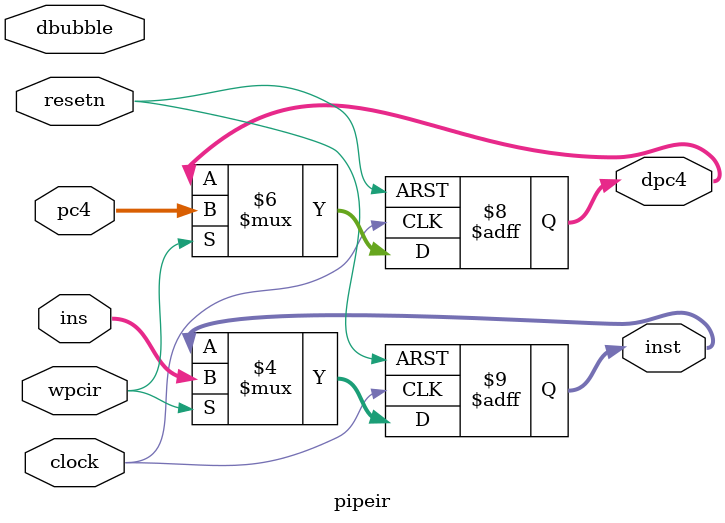
<source format=v>
module pipeir(pc4,ins,wpcir,clock,resetn,dpc4,inst,dbubble);
//IF/ID寄存器，clock上升沿启动
	input [31:0] pc4,ins;
	input        wpcir,clock,resetn;
	input 		dbubble;
	output [31:0] dpc4,inst;//在ID阶段的pc4和指令
	
	reg [31:0] dpc4,inst;
	
	always@(posedge clock or negedge resetn)
	begin	
		if (resetn == 0)
			begin
				dpc4 <= 0;
				inst <= 0;
			end
		else
			if(wpcir == 1)
					begin 
						dpc4 <= pc4;
						inst <= ins;
					end
		
	end
	
endmodule
</source>
